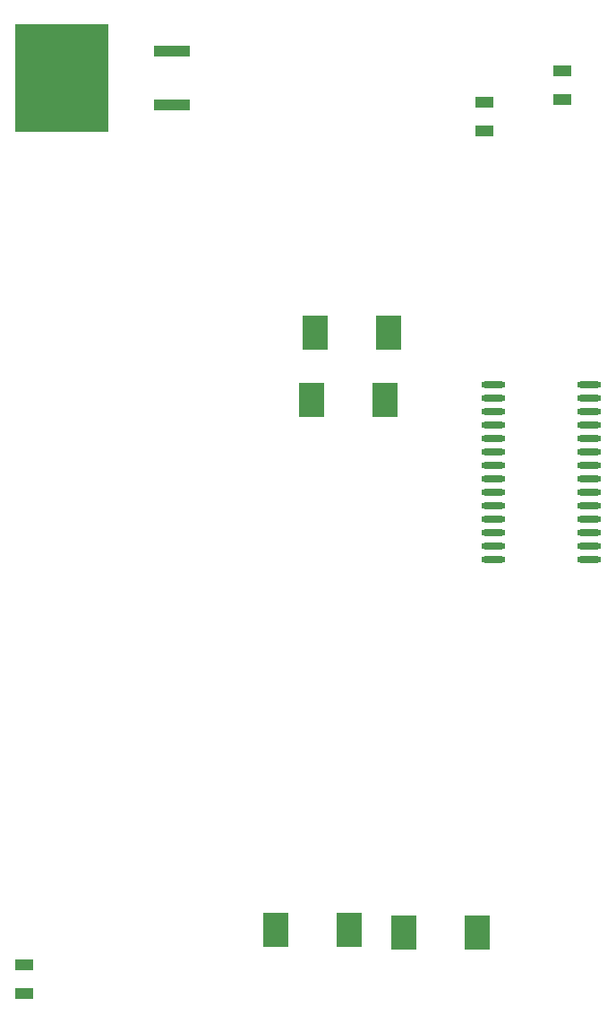
<source format=gtp>
G04 Layer_Color=8421504*
%FSLAX24Y24*%
%MOIN*%
G70*
G01*
G75*
%ADD10R,0.0945X0.1299*%
%ADD11R,0.0669X0.0433*%
%ADD12O,0.0906X0.0236*%
%ADD13R,0.1339X0.0394*%
%ADD14R,0.3504X0.4035*%
D10*
X53382Y63950D02*
D03*
X56118D02*
D03*
X53532Y66450D02*
D03*
X56268D02*
D03*
X56832Y44150D02*
D03*
X59568D02*
D03*
X52073Y44250D02*
D03*
X54809D02*
D03*
D11*
X59841Y73950D02*
D03*
Y75013D02*
D03*
X62741Y75100D02*
D03*
Y76163D02*
D03*
X42700Y41869D02*
D03*
Y42931D02*
D03*
D12*
X63733Y58000D02*
D03*
Y58500D02*
D03*
Y59000D02*
D03*
Y59500D02*
D03*
Y60000D02*
D03*
Y60500D02*
D03*
Y61000D02*
D03*
Y61500D02*
D03*
Y62000D02*
D03*
Y62500D02*
D03*
Y63000D02*
D03*
Y63500D02*
D03*
Y64000D02*
D03*
Y64500D02*
D03*
X60150Y58000D02*
D03*
Y58500D02*
D03*
Y59000D02*
D03*
Y59500D02*
D03*
Y60000D02*
D03*
Y60500D02*
D03*
Y61000D02*
D03*
Y61500D02*
D03*
Y62000D02*
D03*
Y62500D02*
D03*
Y63000D02*
D03*
Y63500D02*
D03*
Y64000D02*
D03*
Y64500D02*
D03*
D13*
X48207Y76900D02*
D03*
Y74900D02*
D03*
D14*
X44093Y75900D02*
D03*
M02*

</source>
